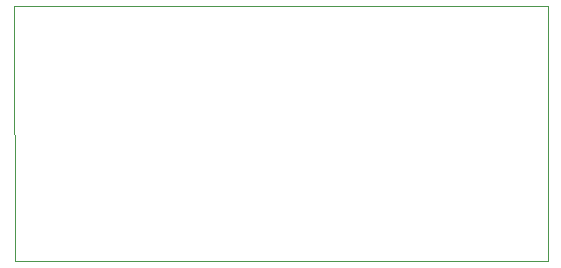
<source format=gm1>
%TF.GenerationSoftware,KiCad,Pcbnew,(5.1.6-0-10_14)*%
%TF.CreationDate,2020-11-29T14:34:25+01:00*%
%TF.ProjectId,ArduinoClone,41726475-696e-46f4-936c-6f6e652e6b69,v1.0*%
%TF.SameCoordinates,Original*%
%TF.FileFunction,Profile,NP*%
%FSLAX46Y46*%
G04 Gerber Fmt 4.6, Leading zero omitted, Abs format (unit mm)*
G04 Created by KiCad (PCBNEW (5.1.6-0-10_14)) date 2020-11-29 14:34:25*
%MOMM*%
%LPD*%
G01*
G04 APERTURE LIST*
%TA.AperFunction,Profile*%
%ADD10C,0.050000*%
%TD*%
G04 APERTURE END LIST*
D10*
X91821000Y-148082000D02*
X91694000Y-126492000D01*
X136906000Y-148082000D02*
X91821000Y-148082000D01*
X136906000Y-126492000D02*
X136906000Y-148082000D01*
X136652000Y-126492000D02*
X136906000Y-126492000D01*
X91694000Y-126492000D02*
X136652000Y-126492000D01*
M02*

</source>
